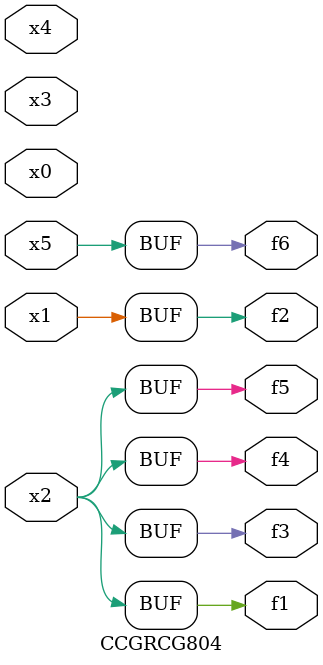
<source format=v>
module CCGRCG804(
	input x0, x1, x2, x3, x4, x5,
	output f1, f2, f3, f4, f5, f6
);
	assign f1 = x2;
	assign f2 = x1;
	assign f3 = x2;
	assign f4 = x2;
	assign f5 = x2;
	assign f6 = x5;
endmodule

</source>
